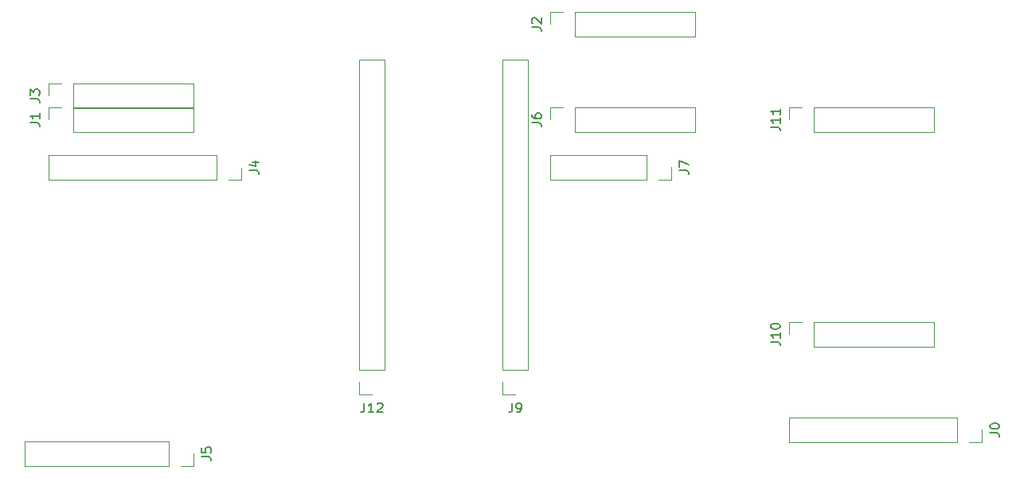
<source format=gto>
G04 #@! TF.GenerationSoftware,KiCad,Pcbnew,(6.0.2)*
G04 #@! TF.CreationDate,2022-11-22T12:47:53+01:00*
G04 #@! TF.ProjectId,plytka,706c7974-6b61-42e6-9b69-6361645f7063,rev?*
G04 #@! TF.SameCoordinates,Original*
G04 #@! TF.FileFunction,Legend,Top*
G04 #@! TF.FilePolarity,Positive*
%FSLAX46Y46*%
G04 Gerber Fmt 4.6, Leading zero omitted, Abs format (unit mm)*
G04 Created by KiCad (PCBNEW (6.0.2)) date 2022-11-22 12:47:53*
%MOMM*%
%LPD*%
G01*
G04 APERTURE LIST*
%ADD10C,0.150000*%
%ADD11C,0.120000*%
%ADD12R,1.700000X1.700000*%
%ADD13O,1.700000X1.700000*%
G04 APERTURE END LIST*
D10*
X60182380Y-2873333D02*
X60896666Y-2873333D01*
X61039523Y-2920952D01*
X61134761Y-3016190D01*
X61182380Y-3159047D01*
X61182380Y-3254285D01*
X60277619Y-2444761D02*
X60230000Y-2397142D01*
X60182380Y-2301904D01*
X60182380Y-2063809D01*
X60230000Y-1968571D01*
X60277619Y-1920952D01*
X60372857Y-1873333D01*
X60468095Y-1873333D01*
X60610952Y-1920952D01*
X61182380Y-2492380D01*
X61182380Y-1873333D01*
X58086666Y-42862380D02*
X58086666Y-43576666D01*
X58039047Y-43719523D01*
X57943809Y-43814761D01*
X57800952Y-43862380D01*
X57705714Y-43862380D01*
X58610476Y-43862380D02*
X58800952Y-43862380D01*
X58896190Y-43814761D01*
X58943809Y-43767142D01*
X59039047Y-43624285D01*
X59086666Y-43433809D01*
X59086666Y-43052857D01*
X59039047Y-42957619D01*
X58991428Y-42910000D01*
X58896190Y-42862380D01*
X58705714Y-42862380D01*
X58610476Y-42910000D01*
X58562857Y-42957619D01*
X58515238Y-43052857D01*
X58515238Y-43290952D01*
X58562857Y-43386190D01*
X58610476Y-43433809D01*
X58705714Y-43481428D01*
X58896190Y-43481428D01*
X58991428Y-43433809D01*
X59039047Y-43386190D01*
X59086666Y-43290952D01*
X85582380Y-13509523D02*
X86296666Y-13509523D01*
X86439523Y-13557142D01*
X86534761Y-13652380D01*
X86582380Y-13795238D01*
X86582380Y-13890476D01*
X86582380Y-12509523D02*
X86582380Y-13080952D01*
X86582380Y-12795238D02*
X85582380Y-12795238D01*
X85725238Y-12890476D01*
X85820476Y-12985714D01*
X85868095Y-13080952D01*
X86582380Y-11557142D02*
X86582380Y-12128571D01*
X86582380Y-11842857D02*
X85582380Y-11842857D01*
X85725238Y-11938095D01*
X85820476Y-12033333D01*
X85868095Y-12128571D01*
X42370476Y-42862380D02*
X42370476Y-43576666D01*
X42322857Y-43719523D01*
X42227619Y-43814761D01*
X42084761Y-43862380D01*
X41989523Y-43862380D01*
X43370476Y-43862380D02*
X42799047Y-43862380D01*
X43084761Y-43862380D02*
X43084761Y-42862380D01*
X42989523Y-43005238D01*
X42894285Y-43100476D01*
X42799047Y-43148095D01*
X43751428Y-42957619D02*
X43799047Y-42910000D01*
X43894285Y-42862380D01*
X44132380Y-42862380D01*
X44227619Y-42910000D01*
X44275238Y-42957619D01*
X44322857Y-43052857D01*
X44322857Y-43148095D01*
X44275238Y-43290952D01*
X43703809Y-43862380D01*
X44322857Y-43862380D01*
X6842380Y-13033333D02*
X7556666Y-13033333D01*
X7699523Y-13080952D01*
X7794761Y-13176190D01*
X7842380Y-13319047D01*
X7842380Y-13414285D01*
X7842380Y-12033333D02*
X7842380Y-12604761D01*
X7842380Y-12319047D02*
X6842380Y-12319047D01*
X6985238Y-12414285D01*
X7080476Y-12509523D01*
X7128095Y-12604761D01*
X108902380Y-46053333D02*
X109616666Y-46053333D01*
X109759523Y-46100952D01*
X109854761Y-46196190D01*
X109902380Y-46339047D01*
X109902380Y-46434285D01*
X108902380Y-45386666D02*
X108902380Y-45291428D01*
X108950000Y-45196190D01*
X108997619Y-45148571D01*
X109092857Y-45100952D01*
X109283333Y-45053333D01*
X109521428Y-45053333D01*
X109711904Y-45100952D01*
X109807142Y-45148571D01*
X109854761Y-45196190D01*
X109902380Y-45291428D01*
X109902380Y-45386666D01*
X109854761Y-45481904D01*
X109807142Y-45529523D01*
X109711904Y-45577142D01*
X109521428Y-45624761D01*
X109283333Y-45624761D01*
X109092857Y-45577142D01*
X108997619Y-45529523D01*
X108950000Y-45481904D01*
X108902380Y-45386666D01*
X75882380Y-18113333D02*
X76596666Y-18113333D01*
X76739523Y-18160952D01*
X76834761Y-18256190D01*
X76882380Y-18399047D01*
X76882380Y-18494285D01*
X75882380Y-17732380D02*
X75882380Y-17065714D01*
X76882380Y-17494285D01*
X6842380Y-10493333D02*
X7556666Y-10493333D01*
X7699523Y-10540952D01*
X7794761Y-10636190D01*
X7842380Y-10779047D01*
X7842380Y-10874285D01*
X6842380Y-10112380D02*
X6842380Y-9493333D01*
X7223333Y-9826666D01*
X7223333Y-9683809D01*
X7270952Y-9588571D01*
X7318571Y-9540952D01*
X7413809Y-9493333D01*
X7651904Y-9493333D01*
X7747142Y-9540952D01*
X7794761Y-9588571D01*
X7842380Y-9683809D01*
X7842380Y-9969523D01*
X7794761Y-10064761D01*
X7747142Y-10112380D01*
X25082380Y-48593333D02*
X25796666Y-48593333D01*
X25939523Y-48640952D01*
X26034761Y-48736190D01*
X26082380Y-48879047D01*
X26082380Y-48974285D01*
X25082380Y-47640952D02*
X25082380Y-48117142D01*
X25558571Y-48164761D01*
X25510952Y-48117142D01*
X25463333Y-48021904D01*
X25463333Y-47783809D01*
X25510952Y-47688571D01*
X25558571Y-47640952D01*
X25653809Y-47593333D01*
X25891904Y-47593333D01*
X25987142Y-47640952D01*
X26034761Y-47688571D01*
X26082380Y-47783809D01*
X26082380Y-48021904D01*
X26034761Y-48117142D01*
X25987142Y-48164761D01*
X30162380Y-18138333D02*
X30876666Y-18138333D01*
X31019523Y-18185952D01*
X31114761Y-18281190D01*
X31162380Y-18424047D01*
X31162380Y-18519285D01*
X30495714Y-17233571D02*
X31162380Y-17233571D01*
X30114761Y-17471666D02*
X30829047Y-17709761D01*
X30829047Y-17090714D01*
X85582380Y-36369523D02*
X86296666Y-36369523D01*
X86439523Y-36417142D01*
X86534761Y-36512380D01*
X86582380Y-36655238D01*
X86582380Y-36750476D01*
X86582380Y-35369523D02*
X86582380Y-35940952D01*
X86582380Y-35655238D02*
X85582380Y-35655238D01*
X85725238Y-35750476D01*
X85820476Y-35845714D01*
X85868095Y-35940952D01*
X85582380Y-34750476D02*
X85582380Y-34655238D01*
X85630000Y-34560000D01*
X85677619Y-34512380D01*
X85772857Y-34464761D01*
X85963333Y-34417142D01*
X86201428Y-34417142D01*
X86391904Y-34464761D01*
X86487142Y-34512380D01*
X86534761Y-34560000D01*
X86582380Y-34655238D01*
X86582380Y-34750476D01*
X86534761Y-34845714D01*
X86487142Y-34893333D01*
X86391904Y-34940952D01*
X86201428Y-34988571D01*
X85963333Y-34988571D01*
X85772857Y-34940952D01*
X85677619Y-34893333D01*
X85630000Y-34845714D01*
X85582380Y-34750476D01*
X60182380Y-13033333D02*
X60896666Y-13033333D01*
X61039523Y-13080952D01*
X61134761Y-13176190D01*
X61182380Y-13319047D01*
X61182380Y-13414285D01*
X60182380Y-12128571D02*
X60182380Y-12319047D01*
X60230000Y-12414285D01*
X60277619Y-12461904D01*
X60420476Y-12557142D01*
X60610952Y-12604761D01*
X60991904Y-12604761D01*
X61087142Y-12557142D01*
X61134761Y-12509523D01*
X61182380Y-12414285D01*
X61182380Y-12223809D01*
X61134761Y-12128571D01*
X61087142Y-12080952D01*
X60991904Y-12033333D01*
X60753809Y-12033333D01*
X60658571Y-12080952D01*
X60610952Y-12128571D01*
X60563333Y-12223809D01*
X60563333Y-12414285D01*
X60610952Y-12509523D01*
X60658571Y-12557142D01*
X60753809Y-12604761D01*
D11*
X77530000Y-3870000D02*
X77530000Y-1210000D01*
X62170000Y-2540000D02*
X62170000Y-1210000D01*
X64770000Y-3870000D02*
X77530000Y-3870000D01*
X64770000Y-3870000D02*
X64770000Y-1210000D01*
X64770000Y-1210000D02*
X77530000Y-1210000D01*
X62170000Y-1210000D02*
X63500000Y-1210000D01*
X58420000Y-41970000D02*
X57090000Y-41970000D01*
X59750000Y-6290000D02*
X57090000Y-6290000D01*
X57090000Y-41970000D02*
X57090000Y-40640000D01*
X59750000Y-39370000D02*
X57090000Y-39370000D01*
X57090000Y-39370000D02*
X57090000Y-6290000D01*
X59750000Y-39370000D02*
X59750000Y-6290000D01*
X87570000Y-11370000D02*
X88900000Y-11370000D01*
X90170000Y-11370000D02*
X102930000Y-11370000D01*
X102930000Y-14030000D02*
X102930000Y-11370000D01*
X90170000Y-14030000D02*
X102930000Y-14030000D01*
X87570000Y-12700000D02*
X87570000Y-11370000D01*
X90170000Y-14030000D02*
X90170000Y-11370000D01*
X44510000Y-39370000D02*
X41850000Y-39370000D01*
X44510000Y-6290000D02*
X41850000Y-6290000D01*
X43180000Y-41970000D02*
X41850000Y-41970000D01*
X41850000Y-41970000D02*
X41850000Y-40640000D01*
X44510000Y-39370000D02*
X44510000Y-6290000D01*
X41850000Y-39370000D02*
X41850000Y-6290000D01*
X8830000Y-12700000D02*
X8830000Y-11370000D01*
X11430000Y-11370000D02*
X24190000Y-11370000D01*
X8830000Y-11370000D02*
X10160000Y-11370000D01*
X11430000Y-14030000D02*
X11430000Y-11370000D01*
X11430000Y-14030000D02*
X24190000Y-14030000D01*
X24190000Y-14030000D02*
X24190000Y-11370000D01*
X108010000Y-45720000D02*
X108010000Y-47050000D01*
X105410000Y-44390000D02*
X105410000Y-47050000D01*
X105410000Y-47050000D02*
X87570000Y-47050000D01*
X87570000Y-44390000D02*
X87570000Y-47050000D01*
X108010000Y-47050000D02*
X106680000Y-47050000D01*
X105410000Y-44390000D02*
X87570000Y-44390000D01*
X72390000Y-19110000D02*
X62170000Y-19110000D01*
X62170000Y-16450000D02*
X62170000Y-19110000D01*
X74990000Y-19110000D02*
X73660000Y-19110000D01*
X72390000Y-16450000D02*
X72390000Y-19110000D01*
X72390000Y-16450000D02*
X62170000Y-16450000D01*
X74990000Y-17780000D02*
X74990000Y-19110000D01*
X24190000Y-11490000D02*
X24190000Y-8830000D01*
X11430000Y-8830000D02*
X24190000Y-8830000D01*
X11430000Y-11490000D02*
X11430000Y-8830000D01*
X8830000Y-10160000D02*
X8830000Y-8830000D01*
X11430000Y-11490000D02*
X24190000Y-11490000D01*
X8830000Y-8830000D02*
X10160000Y-8830000D01*
X24190000Y-48260000D02*
X24190000Y-49590000D01*
X21590000Y-49590000D02*
X6290000Y-49590000D01*
X21590000Y-46930000D02*
X21590000Y-49590000D01*
X6290000Y-46930000D02*
X6290000Y-49590000D01*
X21590000Y-46930000D02*
X6290000Y-46930000D01*
X24190000Y-49590000D02*
X22860000Y-49590000D01*
X26670000Y-19135000D02*
X8830000Y-19135000D01*
X29270000Y-17805000D02*
X29270000Y-19135000D01*
X26670000Y-16475000D02*
X26670000Y-19135000D01*
X8830000Y-16475000D02*
X8830000Y-19135000D01*
X29270000Y-19135000D02*
X27940000Y-19135000D01*
X26670000Y-16475000D02*
X8830000Y-16475000D01*
X90170000Y-34230000D02*
X102930000Y-34230000D01*
X102930000Y-36890000D02*
X102930000Y-34230000D01*
X90170000Y-36890000D02*
X102930000Y-36890000D01*
X90170000Y-36890000D02*
X90170000Y-34230000D01*
X87570000Y-35560000D02*
X87570000Y-34230000D01*
X87570000Y-34230000D02*
X88900000Y-34230000D01*
X64770000Y-14030000D02*
X64770000Y-11370000D01*
X64770000Y-11370000D02*
X77530000Y-11370000D01*
X62170000Y-12700000D02*
X62170000Y-11370000D01*
X62170000Y-11370000D02*
X63500000Y-11370000D01*
X77530000Y-14030000D02*
X77530000Y-11370000D01*
X64770000Y-14030000D02*
X77530000Y-14030000D01*
%LPC*%
D12*
X63500000Y-2540000D03*
D13*
X66040000Y-2540000D03*
X68580000Y-2540000D03*
X71120000Y-2540000D03*
X73660000Y-2540000D03*
X76200000Y-2540000D03*
D12*
X58420000Y-40640000D03*
D13*
X58420000Y-38100000D03*
X58420000Y-35560000D03*
X58420000Y-33020000D03*
X58420000Y-30480000D03*
X58420000Y-27940000D03*
X58420000Y-25400000D03*
X58420000Y-22860000D03*
X58420000Y-20320000D03*
X58420000Y-17780000D03*
X58420000Y-15240000D03*
X58420000Y-12700000D03*
X58420000Y-10160000D03*
X58420000Y-7620000D03*
D12*
X88900000Y-12700000D03*
D13*
X91440000Y-12700000D03*
X93980000Y-12700000D03*
X96520000Y-12700000D03*
X99060000Y-12700000D03*
X101600000Y-12700000D03*
D12*
X43180000Y-40640000D03*
D13*
X43180000Y-38100000D03*
X43180000Y-35560000D03*
X43180000Y-33020000D03*
X43180000Y-30480000D03*
X43180000Y-27940000D03*
X43180000Y-25400000D03*
X43180000Y-22860000D03*
X43180000Y-20320000D03*
X43180000Y-17780000D03*
X43180000Y-15240000D03*
X43180000Y-12700000D03*
X43180000Y-10160000D03*
X43180000Y-7620000D03*
D12*
X10160000Y-12700000D03*
D13*
X12700000Y-12700000D03*
X15240000Y-12700000D03*
X17780000Y-12700000D03*
X20320000Y-12700000D03*
X22860000Y-12700000D03*
D12*
X106680000Y-45720000D03*
D13*
X104140000Y-45720000D03*
X101600000Y-45720000D03*
X99060000Y-45720000D03*
X96520000Y-45720000D03*
X93980000Y-45720000D03*
X91440000Y-45720000D03*
X88900000Y-45720000D03*
D12*
X73660000Y-17780000D03*
D13*
X71120000Y-17780000D03*
X68580000Y-17780000D03*
X66040000Y-17780000D03*
X63500000Y-17780000D03*
D12*
X10160000Y-10160000D03*
D13*
X12700000Y-10160000D03*
X15240000Y-10160000D03*
X17780000Y-10160000D03*
X20320000Y-10160000D03*
X22860000Y-10160000D03*
D12*
X22860000Y-48260000D03*
D13*
X20320000Y-48260000D03*
X17780000Y-48260000D03*
X15240000Y-48260000D03*
X12700000Y-48260000D03*
X10160000Y-48260000D03*
X7620000Y-48260000D03*
D12*
X27940000Y-17805000D03*
D13*
X25400000Y-17805000D03*
X22860000Y-17805000D03*
X20320000Y-17805000D03*
X17780000Y-17805000D03*
X15240000Y-17805000D03*
X12700000Y-17805000D03*
X10160000Y-17805000D03*
D12*
X88900000Y-35560000D03*
D13*
X91440000Y-35560000D03*
X93980000Y-35560000D03*
X96520000Y-35560000D03*
X99060000Y-35560000D03*
X101600000Y-35560000D03*
D12*
X63500000Y-12700000D03*
D13*
X66040000Y-12700000D03*
X68580000Y-12700000D03*
X71120000Y-12700000D03*
X73660000Y-12700000D03*
X76200000Y-12700000D03*
M02*

</source>
